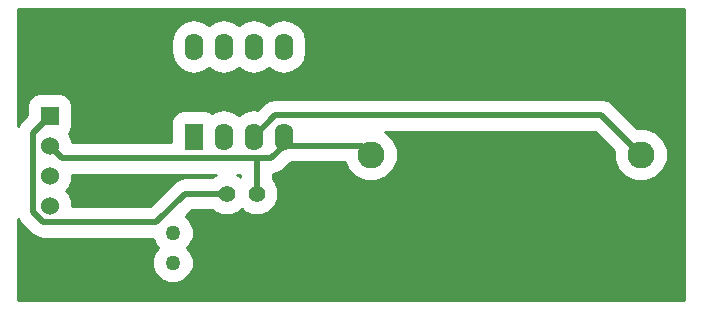
<source format=gtl>
G04 (created by PCBNEW (2013-jul-07)-stable) date 2014年08月03日 (週日) 21時34分56秒*
%MOIN*%
G04 Gerber Fmt 3.4, Leading zero omitted, Abs format*
%FSLAX34Y34*%
G01*
G70*
G90*
G04 APERTURE LIST*
%ADD10C,0.00590551*%
%ADD11C,0.09*%
%ADD12C,0.055*%
%ADD13R,0.06X0.06*%
%ADD14C,0.06*%
%ADD15R,0.062X0.09*%
%ADD16O,0.062X0.09*%
%ADD17C,0.05*%
%ADD18C,0.019685*%
%ADD19C,0.01*%
G04 APERTURE END LIST*
G54D10*
G54D11*
X59100Y-41800D03*
X68100Y-41800D03*
G54D12*
X54300Y-43100D03*
X55300Y-43100D03*
G54D13*
X48400Y-40500D03*
G54D14*
X48400Y-41500D03*
X48400Y-42500D03*
X48400Y-43500D03*
G54D15*
X53200Y-41200D03*
G54D16*
X54200Y-41200D03*
X55200Y-41200D03*
X56200Y-41200D03*
X56200Y-38200D03*
X55200Y-38200D03*
X54200Y-38200D03*
X53200Y-38200D03*
G54D17*
X52500Y-45400D03*
X52500Y-44400D03*
G54D18*
X52911Y-43100D02*
X54300Y-43100D01*
X51955Y-44056D02*
X52911Y-43100D01*
X48166Y-44056D02*
X51955Y-44056D01*
X47826Y-43716D02*
X48166Y-44056D01*
X47826Y-41073D02*
X47826Y-43716D01*
X48400Y-40500D02*
X47826Y-41073D01*
X55300Y-43100D02*
X55300Y-41925D01*
X48825Y-41925D02*
X48400Y-41500D01*
X55300Y-41925D02*
X48825Y-41925D01*
X56200Y-41200D02*
X56200Y-41505D01*
X55780Y-41925D02*
X56200Y-41505D01*
X55300Y-41925D02*
X55780Y-41925D01*
X58805Y-41505D02*
X59100Y-41800D01*
X56200Y-41505D02*
X58805Y-41505D01*
X66791Y-40491D02*
X68100Y-41800D01*
X55908Y-40491D02*
X66791Y-40491D01*
X55200Y-41200D02*
X55908Y-40491D01*
G54D10*
G36*
X53949Y-42467D02*
X53893Y-42490D01*
X53825Y-42557D01*
X52911Y-42557D01*
X52704Y-42599D01*
X52528Y-42716D01*
X51730Y-43514D01*
X49143Y-43514D01*
X49143Y-43352D01*
X49030Y-43079D01*
X48951Y-43000D01*
X49030Y-42921D01*
X49143Y-42648D01*
X49143Y-42467D01*
X53949Y-42467D01*
X53949Y-42467D01*
G37*
G54D19*
X53949Y-42467D02*
X53893Y-42490D01*
X53825Y-42557D01*
X52911Y-42557D01*
X52704Y-42599D01*
X52528Y-42716D01*
X51730Y-43514D01*
X49143Y-43514D01*
X49143Y-43352D01*
X49030Y-43079D01*
X48951Y-43000D01*
X49030Y-42921D01*
X49143Y-42648D01*
X49143Y-42467D01*
X53949Y-42467D01*
G54D10*
G36*
X54757Y-42541D02*
X54707Y-42491D01*
X54649Y-42467D01*
X54757Y-42467D01*
X54757Y-42541D01*
X54757Y-42541D01*
G37*
G54D19*
X54757Y-42541D02*
X54707Y-42491D01*
X54649Y-42467D01*
X54757Y-42467D01*
X54757Y-42541D01*
G54D10*
G36*
X69550Y-46650D02*
X47350Y-46650D01*
X47350Y-43960D01*
X47442Y-44099D01*
X47783Y-44440D01*
X47959Y-44557D01*
X48166Y-44598D01*
X51831Y-44598D01*
X51911Y-44792D01*
X52018Y-44900D01*
X51912Y-45006D01*
X51806Y-45261D01*
X51806Y-45537D01*
X51911Y-45792D01*
X52106Y-45987D01*
X52361Y-46093D01*
X52637Y-46093D01*
X52892Y-45988D01*
X53087Y-45793D01*
X53193Y-45538D01*
X53193Y-45262D01*
X53088Y-45007D01*
X52981Y-44899D01*
X53087Y-44793D01*
X53193Y-44538D01*
X53193Y-44262D01*
X53088Y-44007D01*
X52929Y-43848D01*
X53136Y-43642D01*
X53825Y-43642D01*
X53892Y-43708D01*
X54156Y-43818D01*
X54442Y-43818D01*
X54706Y-43709D01*
X54799Y-43616D01*
X54892Y-43708D01*
X55156Y-43818D01*
X55442Y-43818D01*
X55706Y-43709D01*
X55908Y-43507D01*
X56018Y-43243D01*
X56018Y-42957D01*
X55909Y-42693D01*
X55842Y-42625D01*
X55842Y-42454D01*
X55988Y-42425D01*
X56163Y-42308D01*
X56401Y-42071D01*
X56488Y-42053D01*
X56497Y-42047D01*
X58235Y-42047D01*
X58341Y-42305D01*
X58593Y-42557D01*
X58921Y-42693D01*
X59276Y-42693D01*
X59605Y-42558D01*
X59857Y-42306D01*
X59993Y-41978D01*
X59993Y-41623D01*
X59858Y-41294D01*
X59606Y-41042D01*
X59585Y-41033D01*
X66567Y-41033D01*
X67206Y-41673D01*
X67206Y-41976D01*
X67341Y-42305D01*
X67593Y-42557D01*
X67921Y-42693D01*
X68276Y-42693D01*
X68605Y-42558D01*
X68857Y-42306D01*
X68993Y-41978D01*
X68993Y-41623D01*
X68858Y-41294D01*
X68606Y-41042D01*
X68278Y-40906D01*
X67972Y-40906D01*
X67174Y-40108D01*
X66999Y-39990D01*
X66791Y-39949D01*
X56953Y-39949D01*
X56953Y-38357D01*
X56953Y-38042D01*
X56896Y-37754D01*
X56732Y-37509D01*
X56488Y-37346D01*
X56200Y-37288D01*
X55911Y-37346D01*
X55700Y-37487D01*
X55488Y-37346D01*
X55200Y-37288D01*
X54911Y-37346D01*
X54700Y-37487D01*
X54488Y-37346D01*
X54200Y-37288D01*
X53911Y-37346D01*
X53700Y-37487D01*
X53488Y-37346D01*
X53200Y-37288D01*
X52911Y-37346D01*
X52667Y-37509D01*
X52503Y-37754D01*
X52446Y-38042D01*
X52446Y-38357D01*
X52503Y-38645D01*
X52667Y-38890D01*
X52911Y-39053D01*
X53200Y-39111D01*
X53488Y-39053D01*
X53700Y-38912D01*
X53911Y-39053D01*
X54200Y-39111D01*
X54488Y-39053D01*
X54700Y-38912D01*
X54911Y-39053D01*
X55200Y-39111D01*
X55488Y-39053D01*
X55700Y-38912D01*
X55911Y-39053D01*
X56200Y-39111D01*
X56488Y-39053D01*
X56732Y-38890D01*
X56896Y-38645D01*
X56953Y-38357D01*
X56953Y-39949D01*
X55908Y-39949D01*
X55700Y-39990D01*
X55525Y-40108D01*
X55320Y-40312D01*
X55200Y-40288D01*
X54911Y-40346D01*
X54700Y-40487D01*
X54488Y-40346D01*
X54200Y-40288D01*
X53911Y-40346D01*
X53804Y-40417D01*
X53761Y-40373D01*
X53598Y-40306D01*
X53421Y-40306D01*
X52801Y-40306D01*
X52638Y-40373D01*
X52513Y-40498D01*
X52446Y-40661D01*
X52446Y-40838D01*
X52446Y-41382D01*
X49143Y-41382D01*
X49143Y-41352D01*
X49035Y-41091D01*
X49076Y-41051D01*
X49143Y-40888D01*
X49143Y-40711D01*
X49143Y-40111D01*
X49076Y-39948D01*
X48951Y-39823D01*
X48788Y-39756D01*
X48611Y-39756D01*
X48011Y-39756D01*
X47848Y-39823D01*
X47723Y-39948D01*
X47656Y-40111D01*
X47656Y-40288D01*
X47656Y-40477D01*
X47442Y-40690D01*
X47350Y-40829D01*
X47350Y-36950D01*
X69550Y-36950D01*
X69550Y-46650D01*
X69550Y-46650D01*
G37*
G54D19*
X69550Y-46650D02*
X47350Y-46650D01*
X47350Y-43960D01*
X47442Y-44099D01*
X47783Y-44440D01*
X47959Y-44557D01*
X48166Y-44598D01*
X51831Y-44598D01*
X51911Y-44792D01*
X52018Y-44900D01*
X51912Y-45006D01*
X51806Y-45261D01*
X51806Y-45537D01*
X51911Y-45792D01*
X52106Y-45987D01*
X52361Y-46093D01*
X52637Y-46093D01*
X52892Y-45988D01*
X53087Y-45793D01*
X53193Y-45538D01*
X53193Y-45262D01*
X53088Y-45007D01*
X52981Y-44899D01*
X53087Y-44793D01*
X53193Y-44538D01*
X53193Y-44262D01*
X53088Y-44007D01*
X52929Y-43848D01*
X53136Y-43642D01*
X53825Y-43642D01*
X53892Y-43708D01*
X54156Y-43818D01*
X54442Y-43818D01*
X54706Y-43709D01*
X54799Y-43616D01*
X54892Y-43708D01*
X55156Y-43818D01*
X55442Y-43818D01*
X55706Y-43709D01*
X55908Y-43507D01*
X56018Y-43243D01*
X56018Y-42957D01*
X55909Y-42693D01*
X55842Y-42625D01*
X55842Y-42454D01*
X55988Y-42425D01*
X56163Y-42308D01*
X56401Y-42071D01*
X56488Y-42053D01*
X56497Y-42047D01*
X58235Y-42047D01*
X58341Y-42305D01*
X58593Y-42557D01*
X58921Y-42693D01*
X59276Y-42693D01*
X59605Y-42558D01*
X59857Y-42306D01*
X59993Y-41978D01*
X59993Y-41623D01*
X59858Y-41294D01*
X59606Y-41042D01*
X59585Y-41033D01*
X66567Y-41033D01*
X67206Y-41673D01*
X67206Y-41976D01*
X67341Y-42305D01*
X67593Y-42557D01*
X67921Y-42693D01*
X68276Y-42693D01*
X68605Y-42558D01*
X68857Y-42306D01*
X68993Y-41978D01*
X68993Y-41623D01*
X68858Y-41294D01*
X68606Y-41042D01*
X68278Y-40906D01*
X67972Y-40906D01*
X67174Y-40108D01*
X66999Y-39990D01*
X66791Y-39949D01*
X56953Y-39949D01*
X56953Y-38357D01*
X56953Y-38042D01*
X56896Y-37754D01*
X56732Y-37509D01*
X56488Y-37346D01*
X56200Y-37288D01*
X55911Y-37346D01*
X55700Y-37487D01*
X55488Y-37346D01*
X55200Y-37288D01*
X54911Y-37346D01*
X54700Y-37487D01*
X54488Y-37346D01*
X54200Y-37288D01*
X53911Y-37346D01*
X53700Y-37487D01*
X53488Y-37346D01*
X53200Y-37288D01*
X52911Y-37346D01*
X52667Y-37509D01*
X52503Y-37754D01*
X52446Y-38042D01*
X52446Y-38357D01*
X52503Y-38645D01*
X52667Y-38890D01*
X52911Y-39053D01*
X53200Y-39111D01*
X53488Y-39053D01*
X53700Y-38912D01*
X53911Y-39053D01*
X54200Y-39111D01*
X54488Y-39053D01*
X54700Y-38912D01*
X54911Y-39053D01*
X55200Y-39111D01*
X55488Y-39053D01*
X55700Y-38912D01*
X55911Y-39053D01*
X56200Y-39111D01*
X56488Y-39053D01*
X56732Y-38890D01*
X56896Y-38645D01*
X56953Y-38357D01*
X56953Y-39949D01*
X55908Y-39949D01*
X55700Y-39990D01*
X55525Y-40108D01*
X55320Y-40312D01*
X55200Y-40288D01*
X54911Y-40346D01*
X54700Y-40487D01*
X54488Y-40346D01*
X54200Y-40288D01*
X53911Y-40346D01*
X53804Y-40417D01*
X53761Y-40373D01*
X53598Y-40306D01*
X53421Y-40306D01*
X52801Y-40306D01*
X52638Y-40373D01*
X52513Y-40498D01*
X52446Y-40661D01*
X52446Y-40838D01*
X52446Y-41382D01*
X49143Y-41382D01*
X49143Y-41352D01*
X49035Y-41091D01*
X49076Y-41051D01*
X49143Y-40888D01*
X49143Y-40711D01*
X49143Y-40111D01*
X49076Y-39948D01*
X48951Y-39823D01*
X48788Y-39756D01*
X48611Y-39756D01*
X48011Y-39756D01*
X47848Y-39823D01*
X47723Y-39948D01*
X47656Y-40111D01*
X47656Y-40288D01*
X47656Y-40477D01*
X47442Y-40690D01*
X47350Y-40829D01*
X47350Y-36950D01*
X69550Y-36950D01*
X69550Y-46650D01*
M02*

</source>
